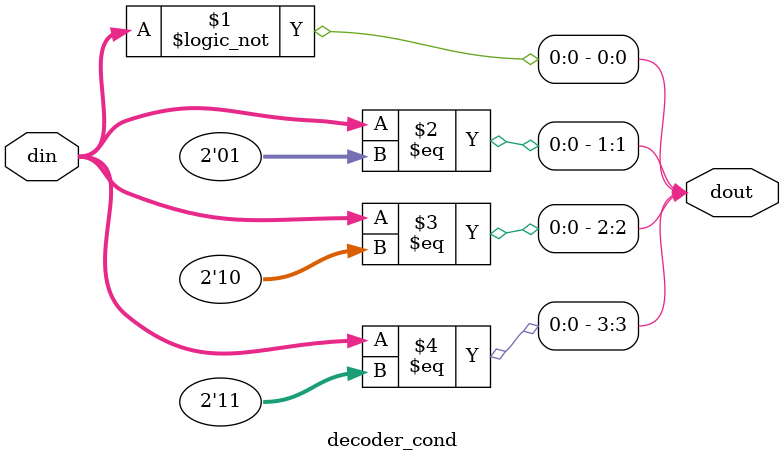
<source format=v>
module decoder_cond (din, dout);
	input	[1:0]	din;
	output	[3:0]	dout;
	
	assign	dout[0] = (din==2'b00);
	assign	dout[1] = (din==2'b01);
	assign	dout[2] = (din==2'b10);
	assign	dout[3] = (din==2'b11);
	
endmodule
	
</source>
